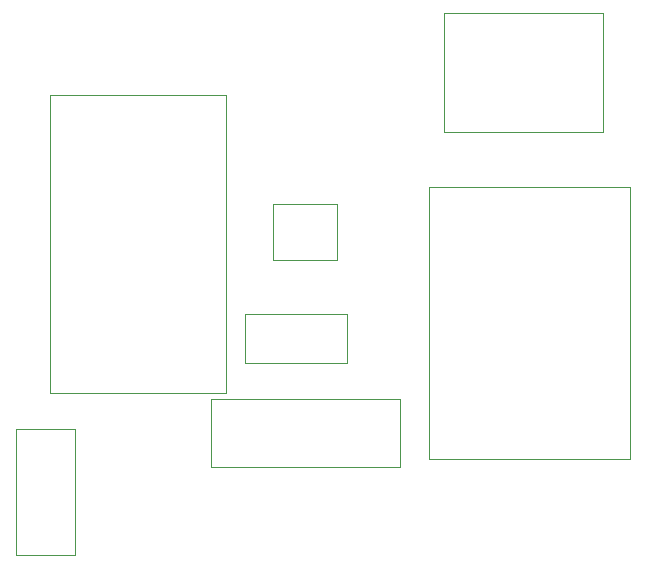
<source format=gbr>
%TF.GenerationSoftware,KiCad,Pcbnew,8.0.1*%
%TF.CreationDate,2024-09-13T19:12:23+01:00*%
%TF.ProjectId,switch,73776974-6368-42e6-9b69-6361645f7063,rev?*%
%TF.SameCoordinates,Original*%
%TF.FileFunction,Other,User*%
%FSLAX46Y46*%
G04 Gerber Fmt 4.6, Leading zero omitted, Abs format (unit mm)*
G04 Created by KiCad (PCBNEW 8.0.1) date 2024-09-13 19:12:23*
%MOMM*%
%LPD*%
G01*
G04 APERTURE LIST*
%ADD10C,0.050000*%
G04 APERTURE END LIST*
D10*
%TO.C,REF\u002A\u002A*%
X158500000Y-80700000D02*
X158500000Y-103700000D01*
X158500000Y-103700000D02*
X175500000Y-103700000D01*
X175500000Y-80700000D02*
X158500000Y-80700000D01*
X175500000Y-103700000D02*
X175500000Y-80700000D01*
X140000000Y-98625000D02*
X140000000Y-104375000D01*
X140000000Y-104375000D02*
X156000000Y-104375000D01*
X156000000Y-98625000D02*
X140000000Y-98625000D01*
X156000000Y-104375000D02*
X156000000Y-98625000D01*
%TO.C,led*%
X123500000Y-101150000D02*
X123500000Y-111850000D01*
X123500000Y-111850000D02*
X128500000Y-111850000D01*
X128500000Y-101150000D02*
X123500000Y-101150000D01*
X128500000Y-111850000D02*
X128500000Y-101150000D01*
%TO.C,REF\u002A\u002A*%
X159770000Y-65980000D02*
X159770000Y-76020000D01*
X159770000Y-76020000D02*
X173230000Y-76020000D01*
X173230000Y-65980000D02*
X159770000Y-65980000D01*
X173230000Y-76020000D02*
X173230000Y-65980000D01*
X142950000Y-91450000D02*
X142950000Y-95550000D01*
X142950000Y-95550000D02*
X151530000Y-95550000D01*
X151530000Y-91450000D02*
X142950000Y-91450000D01*
X151530000Y-95550000D02*
X151530000Y-91450000D01*
%TO.C,BC547*%
X145270000Y-82130000D02*
X145270000Y-86870000D01*
X145270000Y-82130000D02*
X150730000Y-82130000D01*
X150730000Y-86870000D02*
X145270000Y-86870000D01*
X150730000Y-86870000D02*
X150730000Y-82130000D01*
%TO.C,ESP01*%
X126440000Y-72900000D02*
X126440000Y-98100000D01*
X126440000Y-98100000D02*
X141340000Y-98100000D01*
X141340000Y-72900000D02*
X126440000Y-72900000D01*
X141340000Y-98100000D02*
X141340000Y-72900000D01*
%TD*%
M02*

</source>
